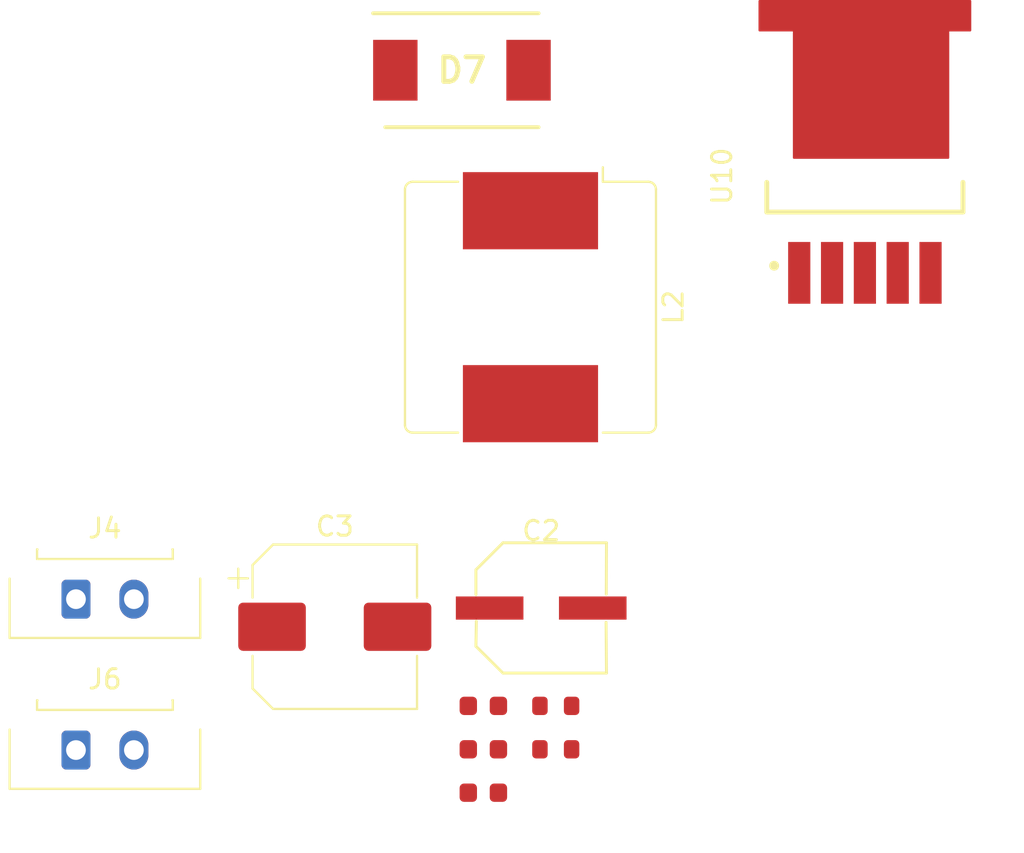
<source format=kicad_pcb>
(kicad_pcb (version 20241229) (generator "pcbnew") (generator_version "9.0")
  (layers (0 "F.Cu" signal) (2 "B.Cu" signal) (13 "F.Paste" user) (15 "B.Paste" user) (5 "F.SilkS" user "F.Silkscreen") (7 "B.SilkS" user "B.Silkscreen") (1 "F.Mask" user) (3 "B.Mask" user) (25 "Edge.Cuts" user))
  (net 0 "")
  (net 1 "VBAT+")
  (net 2 "+5Vservo")
  (net 3 "Net-(U10-VC)")
  (net 4 "Net-(D7-Pad2)")
  (net 5 "VBAT-")
  (net 6 "Net-(U10-FB)")
  (footprint "GNSS:DIOM7959X262N" (layer "F.Cu") (at 124.47 68.9)
    (property "Reference" "D7" (at 0 0 0) (layer "F.SilkS") (effects (font (size 1.27 1.27) (thickness 0.254))))
    (property "Value" "SS34_C466502" (hide yes))
    (fp_line (start -3.97 2.952) (end 3.97 2.952) (stroke (width 0.2)) (layer "F.SilkS"))
    (fp_line (start 3.97 -2.952) (end -4.6 -2.952) (stroke (width 0.2)) (layer "F.SilkS"))
    (pad "1" smd rect (at -3.45 0) (size 2.3 3.15) (layers "F.Cu" "F.Mask" "F.Paste") (net 5 "VBAT-"))
    (pad "2" smd rect (at 3.45 0) (size 2.3 3.15) (layers "F.Cu" "F.Mask" "F.Paste") (net 4 "Net-(D7-Pad2)"))
  )
  (footprint "Connector_Molex:Molex_Micro-Fit_3.0_43650-0215_1x02_P3.00mm_Vertical" (layer "F.Cu") (at 104.48 96.31)
    (property "Reference" "J4" (at 1.5 -3.67 0) (layer "F.SilkS"))
    (property "Value" "Molex Microfit")
    (fp_line (start -3.435 -1.065) (end -3.435 2.01) (stroke (width 0.12)) (layer "F.SilkS"))
    (fp_line (start -3.435 2.01) (end 6.435 2.01) (stroke (width 0.12)) (layer "F.SilkS"))
    (fp_line (start -2.015 -2.58) (end -2.015 -2.08) (stroke (width 0.12)) (layer "F.SilkS"))
    (fp_line (start -2.015 -2.08) (end 5.015 -2.08) (stroke (width 0.12)) (layer "F.SilkS"))
    (fp_line (start -1.995 -2.58) (end -2.015 -2.58) (stroke (width 0.12)) (layer "F.SilkS"))
    (fp_line (start 5.015 -2.58) (end 4.995 -2.58) (stroke (width 0.12)) (layer "F.SilkS"))
    (fp_line (start 5.015 -2.08) (end 5.015 -2.58) (stroke (width 0.12)) (layer "F.SilkS"))
    (fp_line (start 6.435 2.01) (end 6.435 -1.065) (stroke (width 0.12)) (layer "F.SilkS"))
    (pad "" np_thru_hole circle (at -3 -1.96) (size 1.27 1.27) (drill 1.27) (layers "*.Cu" "*.Mask"))
    (pad "" np_thru_hole circle (at 6 -1.96) (size 1.27 1.27) (drill 1.27) (layers "*.Cu" "*.Mask"))
    (pad "1" thru_hole roundrect (at 0 0) (size 1.5 2.02) (drill 1.02) (layers "*.Cu" "*.Mask") (roundrect_rratio 0.166667) (net 5 "VBAT-"))
    (pad "2" thru_hole oval (at 3 0) (size 1.5 2.02) (drill 1.02) (layers "*.Cu" "*.Mask") (net 2 "+5Vservo"))
  )
  (footprint "PCM_JLCPCB:R_0603" (layer "F.Cu") (at 129.33 101.84)
    (property "Reference" "R8" (hide yes))
    (property "Value" "10kΩ")
    (pad "1" smd roundrect (at -0.82 0) (size 0.8 0.95) (layers "F.Cu" "F.Mask" "F.Paste") (net 6 "Net-(U10-FB)"))
    (pad "2" smd roundrect (at 0.82 0) (size 0.8 0.95) (layers "F.Cu" "F.Mask" "F.Paste") (net 2 "+5Vservo"))
  )
  (footprint "PCM_JLCPCB:R_0603" (layer "F.Cu") (at 129.33 104.09)
    (property "Reference" "R24" (hide yes))
    (property "Value" "3.3kΩ")
    (pad "1" smd roundrect (at -0.82 0) (size 0.8 0.95) (layers "F.Cu" "F.Mask" "F.Paste") (net 6 "Net-(U10-FB)"))
    (pad "2" smd roundrect (at 0.82 0) (size 0.8 0.95) (layers "F.Cu" "F.Mask" "F.Paste") (net 5 "VBAT-"))
  )
  (footprint "PCM_JLCPCB:C_0603" (layer "F.Cu") (at 125.58 106.34)
    (property "Reference" "C31" (hide yes))
    (property "Value" "100nF")
    (pad "1" smd roundrect (at -0.78 0) (size 0.9 0.95) (layers "F.Cu" "F.Mask" "F.Paste") (net 5 "VBAT-"))
    (pad "2" smd roundrect (at 0.78 0) (size 0.9 0.95) (layers "F.Cu" "F.Mask" "F.Paste") (net 2 "+5Vservo"))
  )
  (footprint "EasyEDA:TO-263-5_L10.2-W8.9-P1.70-TL" (layer "F.Cu") (at 145.34 74.39 90)
    (property "Reference" "U10" (at 0 -7.4 90) (layer "F.SilkS"))
    (property "Value" "XL4015E1")
    (fp_line (start -1.86 -5.08) (end -0.32 -5.08) (stroke (width 0.25)) (layer "F.SilkS"))
    (fp_line (start -0.32 5.08) (end -1.86 5.08) (stroke (width 0.25)) (layer "F.SilkS"))
    (fp_line (start -1.86 5.08) (end -1.86 -5.08) (stroke (width 0.25)) (layer "F.SilkS"))
    (fp_circle (center -4.64 -4.7) (end -4.51 -4.7) (stroke (width 0.25)) (fill no) (layer "F.SilkS"))
    (pad "1" smd rect (at -5.01 -3.4 90) (size 3.2 1.15) (layers "F.Cu" "F.Mask" "F.Paste") (net 5 "VBAT-"))
    (pad "2" smd rect (at -5.01 -1.7 90) (size 3.2 1.15) (layers "F.Cu" "F.Mask" "F.Paste") (net 6 "Net-(U10-FB)"))
    (pad "3" smd rect (at -5.01 0 90) (size 3.2 1.15) (layers "F.Cu" "F.Mask" "F.Paste") (net 4 "Net-(D7-Pad2)"))
    (pad "4" smd rect (at -5.01 1.7 90) (size 3.2 1.15) (layers "F.Cu" "F.Mask" "F.Paste") (net 3 "Net-(U10-VC)"))
    (pad "5" smd rect (at -5.01 3.4 90) (size 3.2 1.15) (layers "F.Cu" "F.Mask" "F.Paste") (net 1 "VBAT+"))
    (pad "6" smd custom (at 5.01 0.32 90) (size 0.01 0.01) (layers "F.Cu" "F.Mask" "F.Paste") (net 4 "Net-(D7-Pad2)") (options (clearance outline) (anchor circle)) (primitives (gr_poly (pts (xy -4.06 -4) (xy 2.54 -4) (xy 2.54 -5.78) (xy 4.07 -5.78) (xy 4.07 5.14) (xy 2.54 5.14) (xy 2.54 4) (xy -4.06 4)) (width 0.1) (fill yes))))
  )
  (footprint "PCM_JLCPCB:C_0603" (layer "F.Cu") (at 125.58 101.84)
    (property "Reference" "C19" (hide yes))
    (property "Value" "1uF")
    (pad "1" smd roundrect (at -0.78 0) (size 0.9 0.95) (layers "F.Cu" "F.Mask" "F.Paste") (net 3 "Net-(U10-VC)"))
    (pad "2" smd roundrect (at 0.78 0) (size 0.9 0.95) (layers "F.Cu" "F.Mask" "F.Paste") (net 1 "VBAT+"))
  )
  (footprint "PCM_JLCPCB:C_0603" (layer "F.Cu") (at 125.58 104.09)
    (property "Reference" "C29" (hide yes))
    (property "Value" "100nF")
    (pad "1" smd roundrect (at -0.78 0) (size 0.9 0.95) (layers "F.Cu" "F.Mask" "F.Paste") (net 5 "VBAT-"))
    (pad "2" smd roundrect (at 0.78 0) (size 0.9 0.95) (layers "F.Cu" "F.Mask" "F.Paste") (net 1 "VBAT+"))
  )
  (footprint "Inductor_SMD:L_Bourns_SRR1208_12.7x12.7mm" (layer "F.Cu") (at 128.02 81.18 -90)
    (property "Reference" "L2" (at 0 -7.4 90) (layer "F.SilkS"))
    (property "Value" "33uH,5A")
    (fp_line (start 6.1 6.5) (end -6.1 6.5) (stroke (width 0.12)) (layer "F.SilkS"))
    (fp_line (start -6.5 3.75) (end -6.5 6.1) (stroke (width 0.12)) (layer "F.SilkS"))
    (fp_line (start 6.5 3.75) (end 6.5 6.1) (stroke (width 0.12)) (layer "F.SilkS"))
    (fp_line (start -6.5 -3.75) (end -7.25 -3.75) (stroke (width 0.12)) (layer "F.SilkS"))
    (fp_line (start -6.5 -6.1) (end -6.5 -3.75) (stroke (width 0.12)) (layer "F.SilkS"))
    (fp_line (start 6.5 -6.1) (end 6.5 -3.75) (stroke (width 0.12)) (layer "F.SilkS"))
    (fp_line (start -6.1 -6.5) (end 6.1 -6.5) (stroke (width 0.12)) (layer "F.SilkS"))
    (fp_arc (start -6.1 6.5) (mid -6.382843 6.382843) (end -6.5 6.1) (stroke (width 0.12)) (layer "F.SilkS"))
    (fp_arc (start 6.5 6.1) (mid 6.382843 6.382843) (end 6.1 6.5) (stroke (width 0.12)) (layer "F.SilkS"))
    (fp_arc (start -6.5 -6.1) (mid -6.382843 -6.382843) (end -6.1 -6.5) (stroke (width 0.12)) (layer "F.SilkS"))
    (fp_arc (start 6.1 -6.5) (mid 6.382843 -6.382843) (end 6.5 -6.1) (stroke (width 0.12)) (layer "F.SilkS"))
    (pad "1" smd rect (at -5 0 270) (size 4 7) (layers "F.Cu" "F.Mask" "F.Paste") (net 4 "Net-(D7-Pad2)"))
    (pad "2" smd rect (at 5 0 270) (size 4 7) (layers "F.Cu" "F.Mask" "F.Paste") (net 2 "+5Vservo"))
  )
  (footprint "Connector_Molex:Molex_Micro-Fit_3.0_43650-0215_1x02_P3.00mm_Vertical" (layer "F.Cu") (at 104.48 104.13)
    (property "Reference" "J6" (at 1.5 -3.67 0) (layer "F.SilkS"))
    (property "Value" "Molex Microfit")
    (fp_line (start -3.435 -1.065) (end -3.435 2.01) (stroke (width 0.12)) (layer "F.SilkS"))
    (fp_line (start -3.435 2.01) (end 6.435 2.01) (stroke (width 0.12)) (layer "F.SilkS"))
    (fp_line (start -2.015 -2.58) (end -2.015 -2.08) (stroke (width 0.12)) (layer "F.SilkS"))
    (fp_line (start -2.015 -2.08) (end 5.015 -2.08) (stroke (width 0.12)) (layer "F.SilkS"))
    (fp_line (start -1.995 -2.58) (end -2.015 -2.58) (stroke (width 0.12)) (layer "F.SilkS"))
    (fp_line (start 5.015 -2.58) (end 4.995 -2.58) (stroke (width 0.12)) (layer "F.SilkS"))
    (fp_line (start 5.015 -2.08) (end 5.015 -2.58) (stroke (width 0.12)) (layer "F.SilkS"))
    (fp_line (start 6.435 2.01) (end 6.435 -1.065) (stroke (width 0.12)) (layer "F.SilkS"))
    (pad "" np_thru_hole circle (at -3 -1.96) (size 1.27 1.27) (drill 1.27) (layers "*.Cu" "*.Mask"))
    (pad "" np_thru_hole circle (at 6 -1.96) (size 1.27 1.27) (drill 1.27) (layers "*.Cu" "*.Mask"))
    (pad "1" thru_hole roundrect (at 0 0) (size 1.5 2.02) (drill 1.02) (layers "*.Cu" "*.Mask") (roundrect_rratio 0.166667) (net 5 "VBAT-"))
    (pad "2" thru_hole oval (at 3 0) (size 1.5 2.02) (drill 1.02) (layers "*.Cu" "*.Mask") (net 1 "VBAT+"))
  )
  (footprint "EasyEDA:CAP-SMD_BD6.3-L6.6-W6.6-LS7.4-FD" (layer "F.Cu") (at 128.575 96.77)
    (property "Reference" "C2" (at 0 -4 0) (layer "F.SilkS"))
    (property "Value" "220UF 16V")
    (fp_line (start -3.38 -1.98) (end -3.38 -0.69) (stroke (width 0.15)) (layer "F.SilkS"))
    (fp_line (start -3.38 1.98) (end -3.36 0.68) (stroke (width 0.15)) (layer "F.SilkS"))
    (fp_line (start -1.98 -3.38) (end -3.38 -1.98) (stroke (width 0.15)) (layer "F.SilkS"))
    (fp_line (start -1.98 3.37) (end -3.38 1.98) (stroke (width 0.15)) (layer "F.SilkS"))
    (fp_line (start 3.36 0.74) (end 3.38 3.37) (stroke (width 0.15)) (layer "F.SilkS"))
    (fp_line (start 3.37 -0.71) (end 3.38 -3.38) (stroke (width 0.15)) (layer "F.SilkS"))
    (fp_line (start 3.38 -3.38) (end -1.98 -3.38) (stroke (width 0.15)) (layer "F.SilkS"))
    (fp_line (start 3.38 3.37) (end -1.98 3.37) (stroke (width 0.15)) (layer "F.SilkS"))
    (pad "1" smd rect (at -2.67 0) (size 3.5 1.2) (layers "F.Cu" "F.Mask" "F.Paste") (net 1 "VBAT+"))
    (pad "2" smd rect (at 2.67 0) (size 3.5 1.2) (layers "F.Cu" "F.Mask" "F.Paste") (net 5 "VBAT-"))
  )
  (footprint "Capacitor_SMD:CP_Elec_8x10" (layer "F.Cu") (at 117.885 97.74)
    (property "Reference" "C3" (at 0 -5.2 0) (layer "F.SilkS"))
    (property "Value" "470uF")
    (fp_line (start -5.5 -2.51) (end -4.5 -2.51) (stroke (width 0.12)) (layer "F.SilkS"))
    (fp_line (start -5 -3.01) (end -5 -2.01) (stroke (width 0.12)) (layer "F.SilkS"))
    (fp_line (start -4.26 -3.195563) (end -4.26 -1.51) (stroke (width 0.12)) (layer "F.SilkS"))
    (fp_line (start -4.26 -3.195563) (end -3.195563 -4.26) (stroke (width 0.12)) (layer "F.SilkS"))
    (fp_line (start -4.26 3.195563) (end -4.26 1.51) (stroke (width 0.12)) (layer "F.SilkS"))
    (fp_line (start -4.26 3.195563) (end -3.195563 4.26) (stroke (width 0.12)) (layer "F.SilkS"))
    (fp_line (start -3.195563 -4.26) (end 4.26 -4.26) (stroke (width 0.12)) (layer "F.SilkS"))
    (fp_line (start -3.195563 4.26) (end 4.26 4.26) (stroke (width 0.12)) (layer "F.SilkS"))
    (fp_line (start 4.26 -4.26) (end 4.26 -1.51) (stroke (width 0.12)) (layer "F.SilkS"))
    (fp_line (start 4.26 4.26) (end 4.26 1.51) (stroke (width 0.12)) (layer "F.SilkS"))
    (pad "1" smd roundrect (at -3.25 0) (size 3.5 2.5) (layers "F.Cu" "F.Mask" "F.Paste") (roundrect_rratio 0.1) (net 2 "+5Vservo"))
    (pad "2" smd roundrect (at 3.25 0) (size 3.5 2.5) (layers "F.Cu" "F.Mask" "F.Paste") (roundrect_rratio 0.1) (net 5 "VBAT-"))
  )
)
</source>
